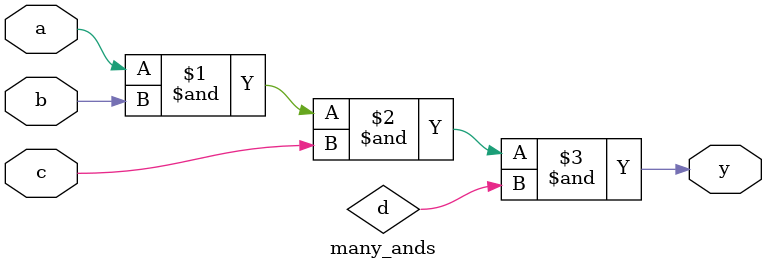
<source format=v>

module many_ands
(
input a,
input b,
input c,
output y
);

assign y = (((a & b) & c) & d);
endmodule
</source>
